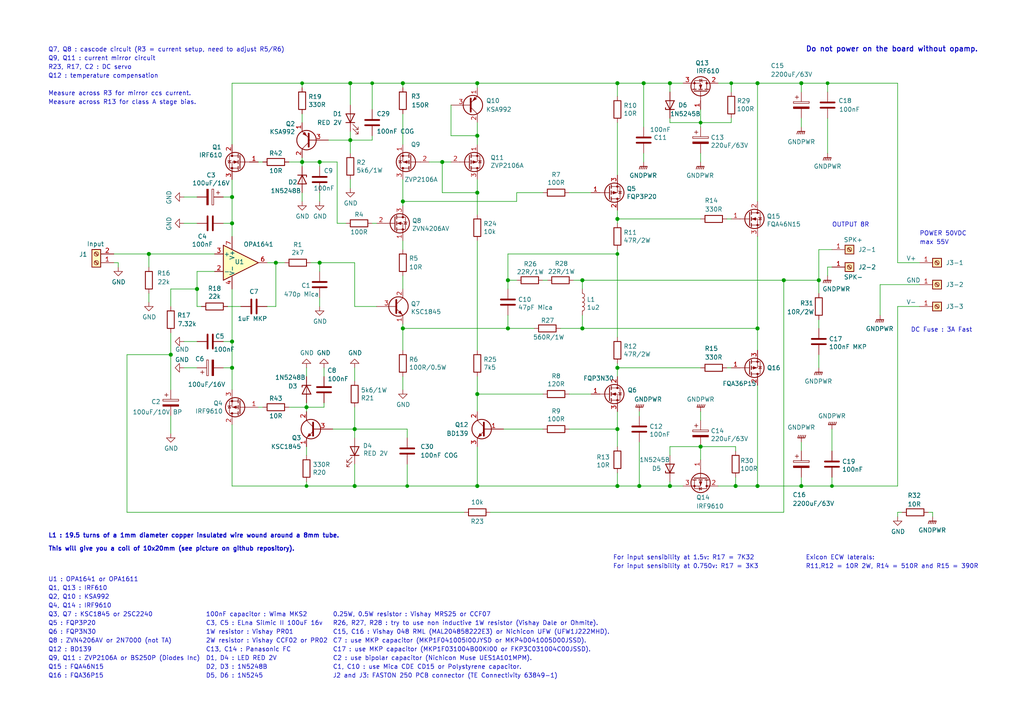
<source format=kicad_sch>
(kicad_sch (version 20211123) (generator eeschema)
  (paper "A4")
  (title_block (title "Q17-Mini Amplifier") (date "2022-01-13") (rev "1.2.7") (company "by eng. Tiberiu Vicol") (comment 1 "Modified by Stef for the Q17-Mini project") (comment 4 "Q17 a QUAD405 audiophile approach"))
  (junction (at 128.27 46.99) (diameter 1.016))
  (junction (at 185.42 140.97) (diameter 1.016))
  (junction (at 88.9 140.97))
  (junction (at 213.36 140.97) (diameter 1.016))
  (junction (at 88.9 118.11) (diameter 1.016))
  (junction (at 49.53 102.87) (diameter 1.016))
  (junction (at 203.2 35.56))
  (junction (at 147.32 95.25) (diameter 1.016))
  (junction (at 80.01 76.2) (diameter 1.016))
  (junction (at 232.41 24.13) (diameter 1.016))
  (junction (at 194.31 24.13) (diameter 1.016))
  (junction (at 138.43 140.97) (diameter 1.016))
  (junction (at 67.31 106.68) (diameter 1.016))
  (junction (at 194.31 140.97) (diameter 1.016))
  (junction (at 219.71 140.97) (diameter 1.016))
  (junction (at 107.95 24.13))
  (junction (at 87.63 46.99) (diameter 1.016))
  (junction (at 138.43 39.37) (diameter 1.016))
  (junction (at 241.3 140.97))
  (junction (at 118.11 140.97))
  (junction (at 232.41 140.97) (diameter 1.016))
  (junction (at 179.07 63.5) (diameter 1.016))
  (junction (at 237.49 81.28) (diameter 1.016))
  (junction (at 168.91 81.28) (diameter 1.016))
  (junction (at 92.71 46.99) (diameter 1.016))
  (junction (at 116.84 95.25) (diameter 1.016))
  (junction (at 116.84 24.13) (diameter 1.016))
  (junction (at 92.71 76.2) (diameter 1.016))
  (junction (at 116.84 58.42) (diameter 1.016))
  (junction (at 147.32 81.28) (diameter 1.016))
  (junction (at 227.33 81.28) (diameter 1.016))
  (junction (at 57.15 83.82) (diameter 1.016))
  (junction (at 240.03 24.13))
  (junction (at 203.2 129.54) (diameter 1.016))
  (junction (at 67.31 64.77) (diameter 1.016))
  (junction (at 67.31 99.06) (diameter 1.016))
  (junction (at 168.91 95.25) (diameter 1.016))
  (junction (at 219.71 24.13) (diameter 1.016))
  (junction (at 138.43 55.88) (diameter 1.016))
  (junction (at 186.69 24.13) (diameter 1.016))
  (junction (at 212.09 24.13))
  (junction (at 102.87 140.97) (diameter 1.016))
  (junction (at 138.43 24.13) (diameter 1.016))
  (junction (at 179.07 140.97) (diameter 1.016))
  (junction (at 179.07 124.46) (diameter 1.016))
  (junction (at 101.6 24.13) (diameter 1.016))
  (junction (at 219.71 95.25) (diameter 1.016))
  (junction (at 102.87 124.46) (diameter 1.016))
  (junction (at 138.43 114.3) (diameter 1.016))
  (junction (at 179.07 106.68) (diameter 1.016))
  (junction (at 179.07 73.66))
  (junction (at 101.6 40.64) (diameter 1.016))
  (junction (at 67.31 57.15) (diameter 1.016))
  (junction (at 43.18 73.66) (diameter 1.016))
  (junction (at 87.63 24.13))
  (junction (at 179.07 24.13) (diameter 1.016))
  (wire (pts (xy 107.95 40.64) (xy 101.6 40.64)))
  (wire (pts (xy 138.43 55.88) (xy 138.43 62.23)))
  (wire (pts (xy 92.71 76.2) (xy 102.87 76.2)))
  (wire (pts (xy 179.07 72.39) (xy 179.07 73.66)))
  (wire (pts (xy 77.47 88.9) (xy 80.01 88.9)))
  (wire (pts (xy 101.6 40.64) (xy 101.6 38.1)))
  (wire (pts (xy 95.25 40.64) (xy 101.6 40.64)))
  (wire (pts (xy 138.43 24.13) (xy 179.07 24.13)))
  (wire (pts (xy 138.43 24.13) (xy 116.84 24.13)))
  (wire (pts (xy 213.36 130.81) (xy 213.36 129.54)))
  (wire (pts (xy 213.36 129.54) (xy 203.2 129.54)))
  (wire (pts (xy 87.63 33.02) (xy 87.63 35.56)))
  (wire (pts (xy 203.2 119.38) (xy 203.2 121.92)))
  (wire (pts (xy 260.35 24.13) (xy 260.35 76.2)))
  (wire (pts (xy 49.53 125.73) (xy 49.53 120.65)))
  (wire (pts (xy 109.22 64.77) (xy 107.95 64.77)))
  (wire (pts (xy 97.79 64.77) (xy 97.79 46.99)))
  (wire (pts (xy 92.71 46.99) (xy 97.79 46.99)))
  (wire (pts (xy 34.29 76.2) (xy 34.29 77.47)))
  (wire (pts (xy 33.02 76.2) (xy 34.29 76.2)))
  (wire (pts (xy 49.53 96.52) (xy 49.53 102.87)))
  (wire (pts (xy 49.53 102.87) (xy 49.53 113.03)))
  (wire (pts (xy 58.42 88.9) (xy 57.15 88.9)))
  (wire (pts (xy 102.87 124.46) (xy 102.87 118.11)))
  (wire (pts (xy 87.63 24.13) (xy 101.6 24.13)))
  (wire (pts (xy 118.11 140.97) (xy 138.43 140.97)))
  (wire (pts (xy 179.07 119.38) (xy 179.07 124.46)))
  (wire (pts (xy 179.07 124.46) (xy 179.07 129.54)))
  (wire (pts (xy 57.15 78.74) (xy 62.23 78.74)))
  (wire (pts (xy 57.15 83.82) (xy 57.15 78.74)))
  (wire (pts (xy 57.15 83.82) (xy 57.15 88.9)))
  (wire (pts (xy 147.32 73.66) (xy 179.07 73.66)))
  (wire (pts (xy 147.32 81.28) (xy 147.32 73.66)))
  (wire (pts (xy 198.12 24.13) (xy 194.31 24.13)))
  (wire (pts (xy 260.35 88.9) (xy 260.35 140.97)))
  (wire (pts (xy 87.63 46.99) (xy 87.63 48.26)))
  (wire (pts (xy 87.63 45.72) (xy 87.63 46.99)))
  (wire (pts (xy 76.2 118.11) (xy 74.93 118.11)))
  (wire (pts (xy 80.01 76.2) (xy 80.01 88.9)))
  (wire (pts (xy 203.2 44.45) (xy 203.2 46.99)))
  (wire (pts (xy 260.35 88.9) (xy 266.7 88.9)))
  (wire (pts (xy 185.42 120.65) (xy 185.42 119.38)))
  (wire (pts (xy 107.95 31.75) (xy 107.95 24.13)))
  (wire (pts (xy 67.31 140.97) (xy 88.9 140.97)))
  (wire (pts (xy 237.49 72.39) (xy 237.49 81.28)))
  (wire (pts (xy 67.31 123.19) (xy 67.31 140.97)))
  (wire (pts (xy 171.45 55.88) (xy 165.1 55.88)))
  (wire (pts (xy 36.83 102.87) (xy 49.53 102.87)))
  (wire (pts (xy 134.62 148.59) (xy 36.83 148.59)))
  (wire (pts (xy 36.83 148.59) (xy 36.83 102.87)))
  (wire (pts (xy 241.3 138.43) (xy 241.3 140.97)))
  (wire (pts (xy 232.41 140.97) (xy 241.3 140.97)))
  (wire (pts (xy 138.43 35.56) (xy 138.43 39.37)))
  (wire (pts (xy 149.86 81.28) (xy 147.32 81.28)))
  (wire (pts (xy 147.32 81.28) (xy 147.32 83.82)))
  (wire (pts (xy 179.07 35.56) (xy 179.07 50.8)))
  (wire (pts (xy 67.31 83.82) (xy 67.31 99.06)))
  (wire (pts (xy 67.31 99.06) (xy 67.31 106.68)))
  (wire (pts (xy 67.31 106.68) (xy 67.31 113.03)))
  (wire (pts (xy 118.11 134.62) (xy 118.11 140.97)))
  (wire (pts (xy 88.9 139.7) (xy 88.9 140.97)))
  (wire (pts (xy 240.03 24.13) (xy 232.41 24.13)))
  (wire (pts (xy 240.03 24.13) (xy 240.03 26.67)))
  (wire (pts (xy 64.77 106.68) (xy 67.31 106.68)))
  (wire (pts (xy 109.22 88.9) (xy 102.87 88.9)))
  (wire (pts (xy 102.87 88.9) (xy 102.87 76.2)))
  (wire (pts (xy 166.37 81.28) (xy 168.91 81.28)))
  (wire (pts (xy 168.91 83.82) (xy 168.91 81.28)))
  (wire (pts (xy 157.48 81.28) (xy 158.75 81.28)))
  (wire (pts (xy 240.03 77.47) (xy 241.3 77.47)))
  (wire (pts (xy 240.03 80.01) (xy 240.03 77.47)))
  (wire (pts (xy 67.31 52.07) (xy 67.31 57.15)))
  (wire (pts (xy 67.31 64.77) (xy 67.31 68.58)))
  (wire (pts (xy 67.31 57.15) (xy 67.31 64.77)))
  (wire (pts (xy 165.1 114.3) (xy 171.45 114.3)))
  (wire (pts (xy 138.43 114.3) (xy 157.48 114.3)))
  (wire (pts (xy 227.33 81.28) (xy 227.33 148.59)))
  (wire (pts (xy 227.33 148.59) (xy 142.24 148.59)))
  (wire (pts (xy 64.77 64.77) (xy 67.31 64.77)))
  (wire (pts (xy 168.91 91.44) (xy 168.91 95.25)))
  (wire (pts (xy 162.56 95.25) (xy 168.91 95.25)))
  (wire (pts (xy 210.82 63.5) (xy 212.09 63.5)))
  (wire (pts (xy 74.93 46.99) (xy 76.2 46.99)))
  (wire (pts (xy 260.35 140.97) (xy 241.3 140.97)))
  (wire (pts (xy 210.82 106.68) (xy 212.09 106.68)))
  (wire (pts (xy 53.34 64.77) (xy 57.15 64.77)))
  (wire (pts (xy 219.71 58.42) (xy 219.71 24.13)))
  (wire (pts (xy 208.28 24.13) (xy 212.09 24.13)))
  (wire (pts (xy 186.69 24.13) (xy 179.07 24.13)))
  (wire (pts (xy 194.31 24.13) (xy 186.69 24.13)))
  (wire (pts (xy 179.07 24.13) (xy 179.07 27.94)))
  (wire (pts (xy 93.98 118.11) (xy 88.9 118.11)))
  (wire (pts (xy 93.98 116.84) (xy 93.98 118.11)))
  (wire (pts (xy 213.36 138.43) (xy 213.36 140.97)))
  (wire (pts (xy 219.71 95.25) (xy 219.71 101.6)))
  (wire (pts (xy 219.71 68.58) (xy 219.71 95.25)))
  (wire (pts (xy 138.43 109.22) (xy 138.43 114.3)))
  (wire (pts (xy 165.1 124.46) (xy 179.07 124.46)))
  (wire (pts (xy 146.05 124.46) (xy 157.48 124.46)))
  (wire (pts (xy 203.2 31.75) (xy 203.2 35.56)))
  (wire (pts (xy 88.9 109.22) (xy 88.9 106.68)))
  (wire (pts (xy 53.34 99.06) (xy 57.15 99.06)))
  (wire (pts (xy 179.07 106.68) (xy 179.07 109.22)))
  (wire (pts (xy 179.07 105.41) (xy 179.07 106.68)))
  (wire (pts (xy 138.43 114.3) (xy 138.43 119.38)))
  (wire (pts (xy 194.31 35.56) (xy 203.2 35.56)))
  (wire (pts (xy 194.31 34.29) (xy 194.31 35.56)))
  (wire (pts (xy 240.03 34.29) (xy 240.03 44.45)))
  (wire (pts (xy 102.87 110.49) (xy 102.87 106.68)))
  (wire (pts (xy 212.09 35.56) (xy 212.09 34.29)))
  (wire (pts (xy 116.84 80.01) (xy 116.84 83.82)))
  (wire (pts (xy 116.84 69.85) (xy 116.84 72.39)))
  (wire (pts (xy 116.84 52.07) (xy 116.84 58.42)))
  (wire (pts (xy 116.84 58.42) (xy 116.84 59.69)))
  (wire (pts (xy 92.71 76.2) (xy 92.71 78.74)))
  (wire (pts (xy 90.17 76.2) (xy 92.71 76.2)))
  (wire (pts (xy 92.71 46.99) (xy 87.63 46.99)))
  (wire (pts (xy 92.71 48.26) (xy 92.71 46.99)))
  (wire (pts (xy 138.43 39.37) (xy 138.43 41.91)))
  (wire (pts (xy 43.18 73.66) (xy 43.18 77.47)))
  (wire (pts (xy 62.23 73.66) (xy 43.18 73.66)))
  (wire (pts (xy 147.32 91.44) (xy 147.32 95.25)))
  (wire (pts (xy 147.32 95.25) (xy 154.94 95.25)))
  (wire (pts (xy 101.6 52.07) (xy 101.6 54.61)))
  (wire (pts (xy 179.07 106.68) (xy 203.2 106.68)))
  (wire (pts (xy 64.77 57.15) (xy 67.31 57.15)))
  (wire (pts (xy 66.04 88.9) (xy 69.85 88.9)))
  (wire (pts (xy 128.27 46.99) (xy 124.46 46.99)))
  (wire (pts (xy 43.18 85.09) (xy 43.18 87.63)))
  (wire (pts (xy 138.43 24.13) (xy 138.43 25.4)))
  (wire (pts (xy 219.71 140.97) (xy 213.36 140.97)))
  (wire (pts (xy 219.71 111.76) (xy 219.71 140.97)))
  (wire (pts (xy 213.36 140.97) (xy 208.28 140.97)))
  (wire (pts (xy 185.42 140.97) (xy 179.07 140.97)))
  (wire (pts (xy 179.07 140.97) (xy 179.07 137.16)))
  (wire (pts (xy 138.43 140.97) (xy 179.07 140.97)))
  (wire (pts (xy 138.43 129.54) (xy 138.43 140.97)))
  (wire (pts (xy 237.49 72.39) (xy 241.3 72.39)))
  (wire (pts (xy 130.81 30.48) (xy 130.81 39.37)))
  (wire (pts (xy 88.9 119.38) (xy 88.9 118.11)))
  (wire (pts (xy 67.31 41.91) (xy 67.31 24.13)))
  (wire (pts (xy 67.31 24.13) (xy 87.63 24.13)))
  (wire (pts (xy 212.09 24.13) (xy 219.71 24.13)))
  (wire (pts (xy 241.3 124.46) (xy 241.3 130.81)))
  (wire (pts (xy 185.42 128.27) (xy 185.42 140.97)))
  (wire (pts (xy 57.15 83.82) (xy 49.53 83.82)))
  (wire (pts (xy 49.53 83.82) (xy 49.53 88.9)))
  (wire (pts (xy 138.43 69.85) (xy 138.43 101.6)))
  (wire (pts (xy 101.6 24.13) (xy 101.6 30.48)))
  (wire (pts (xy 87.63 25.4) (xy 87.63 24.13)))
  (wire (pts (xy 194.31 139.7) (xy 194.31 140.97)))
  (wire (pts (xy 97.79 64.77) (xy 100.33 64.77)))
  (wire (pts (xy 138.43 55.88) (xy 128.27 55.88)))
  (wire (pts (xy 128.27 55.88) (xy 128.27 46.99)))
  (wire (pts (xy 149.86 55.88) (xy 157.48 55.88)))
  (wire (pts (xy 260.35 76.2) (xy 266.7 76.2)))
  (wire (pts (xy 116.84 109.22) (xy 116.84 113.03)))
  (wire (pts (xy 232.41 140.97) (xy 219.71 140.97)))
  (wire (pts (xy 232.41 138.43) (xy 232.41 140.97)))
  (wire (pts (xy 102.87 140.97) (xy 118.11 140.97)))
  (wire (pts (xy 203.2 35.56) (xy 212.09 35.56)))
  (wire (pts (xy 102.87 140.97) (xy 102.87 134.62)))
  (wire (pts (xy 77.47 76.2) (xy 80.01 76.2)))
  (wire (pts (xy 80.01 76.2) (xy 82.55 76.2)))
  (wire (pts (xy 203.2 129.54) (xy 203.2 133.35)))
  (wire (pts (xy 185.42 140.97) (xy 194.31 140.97)))
  (wire (pts (xy 194.31 140.97) (xy 198.12 140.97)))
  (wire (pts (xy 128.27 46.99) (xy 130.81 46.99)))
  (wire (pts (xy 227.33 81.28) (xy 237.49 81.28)))
  (wire (pts (xy 237.49 81.28) (xy 237.49 85.09)))
  (wire (pts (xy 168.91 81.28) (xy 227.33 81.28)))
  (wire (pts (xy 33.02 73.66) (xy 43.18 73.66)))
  (wire (pts (xy 107.95 39.37) (xy 107.95 40.64)))
  (wire (pts (xy 186.69 24.13) (xy 186.69 36.83)))
  (wire (pts (xy 88.9 118.11) (xy 88.9 116.84)))
  (wire (pts (xy 203.2 35.56) (xy 203.2 36.83)))
  (wire (pts (xy 149.86 55.88) (xy 149.86 58.42)))
  (wire (pts (xy 149.86 58.42) (xy 116.84 58.42)))
  (wire (pts (xy 269.24 148.59) (xy 270.51 148.59)))
  (wire (pts (xy 270.51 148.59) (xy 270.51 149.86)))
  (wire (pts (xy 260.35 148.59) (xy 261.62 148.59)))
  (wire (pts (xy 260.35 149.86) (xy 260.35 148.59)))
  (wire (pts (xy 64.77 99.06) (xy 67.31 99.06)))
  (wire (pts (xy 147.32 95.25) (xy 116.84 95.25)))
  (wire (pts (xy 116.84 95.25) (xy 116.84 101.6)))
  (wire (pts (xy 83.82 118.11) (xy 88.9 118.11)))
  (wire (pts (xy 260.35 24.13) (xy 240.03 24.13)))
  (wire (pts (xy 255.27 82.55) (xy 255.27 91.44)))
  (wire (pts (xy 255.27 82.55) (xy 266.7 82.55)))
  (wire (pts (xy 179.07 60.96) (xy 179.07 63.5)))
  (wire (pts (xy 179.07 63.5) (xy 179.07 64.77)))
  (wire (pts (xy 101.6 24.13) (xy 107.95 24.13)))
  (wire (pts (xy 168.91 95.25) (xy 219.71 95.25)))
  (wire (pts (xy 53.34 106.68) (xy 57.15 106.68)))
  (wire (pts (xy 53.34 57.15) (xy 57.15 57.15)))
  (wire (pts (xy 102.87 124.46) (xy 102.87 127)))
  (wire (pts (xy 179.07 73.66) (xy 179.07 97.79)))
  (wire (pts (xy 101.6 40.64) (xy 101.6 44.45)))
  (wire (pts (xy 92.71 58.42) (xy 92.71 55.88)))
  (wire (pts (xy 194.31 132.08) (xy 194.31 129.54)))
  (wire (pts (xy 194.31 129.54) (xy 203.2 129.54)))
  (wire (pts (xy 87.63 55.88) (xy 87.63 58.42)))
  (wire (pts (xy 138.43 52.07) (xy 138.43 55.88)))
  (wire (pts (xy 93.98 106.68) (xy 93.98 109.22)))
  (wire (pts (xy 96.52 124.46) (xy 102.87 124.46)))
  (wire (pts (xy 237.49 102.87) (xy 237.49 106.68)))
  (wire (pts (xy 118.11 127) (xy 118.11 124.46)))
  (wire (pts (xy 107.95 24.13) (xy 116.84 24.13)))
  (wire (pts (xy 83.82 46.99) (xy 87.63 46.99)))
  (wire (pts (xy 92.71 86.36) (xy 92.71 88.9)))
  (wire (pts (xy 237.49 92.71) (xy 237.49 95.25)))
  (wire (pts (xy 232.41 34.29) (xy 232.41 36.83)))
  (wire (pts (xy 194.31 24.13) (xy 194.31 26.67)))
  (wire (pts (xy 179.07 63.5) (xy 203.2 63.5)))
  (wire (pts (xy 116.84 93.98) (xy 116.84 95.25)))
  (wire (pts (xy 212.09 26.67) (xy 212.09 24.13)))
  (wire (pts (xy 186.69 44.45) (xy 186.69 46.99)))
  (wire (pts (xy 88.9 140.97) (xy 102.87 140.97)))
  (wire (pts (xy 232.41 130.81) (xy 232.41 128.27)))
  (wire (pts (xy 116.84 33.02) (xy 116.84 41.91)))
  (wire (pts (xy 138.43 39.37) (xy 130.81 39.37)))
  (wire (pts (xy 232.41 24.13) (xy 219.71 24.13)))
  (wire (pts (xy 232.41 26.67) (xy 232.41 24.13)))
  (wire (pts (xy 88.9 132.08) (xy 88.9 129.54)))
  (wire (pts (xy 116.84 24.13) (xy 116.84 25.4)))
  (wire (pts (xy 118.11 124.46) (xy 102.87 124.46)))
  (text "C3, C5 : ELna Silmic II 100uF 16v" (at 59.69 181.61 0) (effects (font (size 1.27 1.27)) (justify left bottom)))
  (text "max 55V" (at 266.7 71.12 0) (effects (font (size 1.27 1.27)) (justify left bottom)))
  (text "1W resistor : Vishay PR01" (at 59.69 184.15 0) (effects (font (size 1.27 1.27)) (justify left bottom)))
  (text "C1, C10 : use Mica CDE CD15 or Polystyrene capacitor." (at 96.52 194.31 0) (effects (font (size 1.27 1.27)) (justify left bottom)))
  (text "J2 and J3: FASTON 250 PCB connector (TE Connectivity 63849-1)" (at 96.52 196.85 0) (effects (font (size 1.27 1.27)) (justify left bottom)))
  (text "Q9, Q11 : current mirror circuit" (at 13.97 17.78 0) (effects (font (size 1.27 1.27)) (justify left bottom)))
  (text "R23, R17, C2 : DC servo" (at 13.97 20.32 0) (effects (font (size 1.27 1.27)) (justify left bottom)))
  (text "Q12 : BD139" (at 13.97 189.23 0) (effects (font (size 1.27 1.27)) (justify left bottom)))
  (text "This will give you a coil of 10x20mm (see picture on github repository)." (at 13.97 160.02 0) (effects (font (size 1.27 1.27) (thickness 0.254) bold) (justify left bottom)))
  (text "C7 : use MKP capacitor (MKP1F041005I00JYSD or MKP4D041005D00JSSD)." (at 96.52 186.69 0) (effects (font (size 1.27 1.27)) (justify left bottom)))
  (text "D2, D3 : 1N5248B" (at 59.69 194.31 0) (effects (font (size 1.27 1.27)) (justify left bottom)))
  (text "2W resistor : Vishay CCF02 or PR02" (at 59.69 186.69 0) (effects (font (size 1.27 1.27)) (justify left bottom)))
  (text "Q2, Q10 : KSA992" (at 13.97 173.99 0) (effects (font (size 1.27 1.27)) (justify left bottom)))
  (text "R26, R27, R28 : try to use non inductive 1W resistor (Vishay Dale or Ohmite)." (at 96.52 181.61 0) (effects (font (size 1.27 1.27)) (justify left bottom)))
  (text "Measure across R3 for mirror ccs current." (at 13.97 27.94 0) (effects (font (size 1.27 1.27)) (justify left bottom)))
  (text "D1, D4 : LED RED 2V" (at 59.69 191.77 0) (effects (font (size 1.27 1.27)) (justify left bottom)))
  (text "Q7, Q8 : cascode circuit (R3 = current setup, need to adjust R5/R6)" (at 13.97 15.24 0) (effects (font (size 1.27 1.27)) (justify left bottom)))
  (text "C15, C16 : Vishay 048 RML (MAL204858222E3) or Nichicon UFW (UFW1J222MHD)." (at 96.52 184.15 0) (effects (font (size 1.27 1.27)) (justify left bottom)))
  (text "For input sensibility at 1.5v: R17 = 7K32" (at 177.8 162.56 0) (effects (font (size 1.27 1.27)) (justify left bottom)))
  (text "Q5 : FQP3P20" (at 13.97 181.61 0) (effects (font (size 1.27 1.27)) (justify left bottom)))
  (text "L1 : 19.5 turns of a 1mm diameter copper insulated wire wound around a 8mm tube." (at 13.97 156.21 0) (effects (font (size 1.27 1.27) (thickness 0.254) bold) (justify left bottom)))
  (text "OUTPUT 8R" (at 241.3 66.04 0) (effects (font (size 1.27 1.27)) (justify left bottom)))
  (text "DC Fuse : 3A Fast" (at 264.16 96.52 0) (effects (font (size 1.27 1.27)) (justify left bottom)))
  (text "Exicon ECW laterals:" (at 233.68 162.56 0) (effects (font (size 1.27 1.27)) (justify left bottom)))
  (text "Q3, Q7 : KSC1845 or 2SC2240" (at 13.97 179.07 0) (effects (font (size 1.27 1.27)) (justify left bottom)))
  (text "Q6 : FQP3N30" (at 13.97 184.15 0) (effects (font (size 1.27 1.27)) (justify left bottom)))
  (text "Q12 : temperature compensation" (at 13.97 22.86 0) (effects (font (size 1.27 1.27)) (justify left bottom)))
  (text "C2 : use bipolar capacitor (Nichicon Muse UES1A101MPM)." (at 96.52 191.77 0) (effects (font (size 1.27 1.27)) (justify left bottom)))
  (text "Measure across R13 for class A stage bias." (at 13.97 30.48 0) (effects (font (size 1.27 1.27)) (justify left bottom)))
  (text "0.25W, 0.5W resistor : Vishay MRS25 or CCF07" (at 96.52 179.07 0) (effects (font (size 1.27 1.27)) (justify left bottom)))
  (text "R11,R12 = 10R 2W, R14 = 510R and R15 = 390R" (at 233.68 165.1 0) (effects (font (size 1.27 1.27)) (justify left bottom)))
  (text "Q1, Q13 : IRF610" (at 13.97 171.45 0) (effects (font (size 1.27 1.27)) (justify left bottom)))
  (text "C13, C14 : Panasonic FC " (at 59.69 189.23 0) (effects (font (size 1.27 1.27)) (justify left bottom)))
  (text "Q15 : FQA46N15" (at 13.97 194.31 0) (effects (font (size 1.27 1.27)) (justify left bottom)))
  (text "Q4, Q14 : IRF9610" (at 13.97 176.53 0) (effects (font (size 1.27 1.27)) (justify left bottom)))
  (text "POWER 50VDC" (at 266.7 68.58 0) (effects (font (size 1.27 1.27)) (justify left bottom)))
  (text "C17 : use MKP capacitor (MKP1F031004B00KI00 or FKP3C031004C00JSSD)." (at 96.52 189.23 0) (effects (font (size 1.27 1.27)) (justify left bottom)))
  (text "Q9, Q11 : ZVP2106A or BS250P (Diodes Inc)" (at 13.97 191.77 0) (effects (font (size 1.27 1.27)) (justify left bottom)))
  (text "U1 : OPA1641 or OPA1611" (at 13.97 168.91 0) (effects (font (size 1.27 1.27)) (justify left bottom)))
  (text "D5, D6 : 1N5245" (at 59.69 196.85 0) (effects (font (size 1.27 1.27)) (justify left bottom)))
  (text "Do not power on the board without opamp." (at 233.68 15.24 0) (effects (font (size 1.5 1.5) (thickness 0.254) bold) (justify left bottom)))
  (text "100nF capacitor : Wima MKS2" (at 59.69 179.07 0) (effects (font (size 1.27 1.27)) (justify left bottom)))
  (text "For input sensibility at 0.750v: R17 = 3K3" (at 177.8 165.1 0) (effects (font (size 1.27 1.27)) (justify left bottom)))
  (text "Q8 : ZVN4206AV or 2N7000 (not TA)" (at 13.97 186.69 0) (effects (font (size 1.27 1.27)) (justify left bottom)))
  (text "Q16 : FQA36P15" (at 13.97 196.85 0) (effects (font (size 1.27 1.27)) (justify left bottom)))
  (symbol (lib_id "Device:Q_NPN_BCE") (at 140.97 124.46 0) (mirror y) (unit 1)
    (property "Reference" "Q12" (at 135.89 123.1899 0) (effects (justify left)))
    (property "Value" "BD139" (at 135.89 125.7299 0) (effects (justify left)))
    (property "Footprint" "Package_TO_SOT_THT:TO-126-3_Vertical" (effects hide))
  )
  (symbol (lib_id "Device:R") (at 179.07 133.35 0) (unit 1)
    (property "Reference" "R13" (at 172.974 132.588 0) (effects (justify left)))
    (property "Value" "10R" (at 172.974 134.8867 0) (effects (justify left)))
    (property "Footprint" "Resistor_THT:R_Axial_DIN0207_L6.3mm_D2.5mm_P10.16mm_Horizontal" (effects hide))
  )
  (symbol (lib_id "power:GND") (at 43.18 87.63 0) (unit 1)
    (property "Reference" "#PWR0113" (effects hide))
    (property "Value" "GND" (at 43.2943 91.9544 0))
  )
  (symbol (lib_id "Device:Q_PNP_ECB") (at 135.89 30.48 0) (mirror x) (unit 1)
    (property "Reference" "Q10" (at 140.97 29.2099 0) (effects (justify left)))
    (property "Value" "KSA992" (at 140.97 31.7499 0) (effects (justify left)))
    (property "Footprint" "Package_TO_SOT_THT:TO-92_Inline_Wide" (effects hide))
  )
  (symbol (lib_id "Device:R") (at 237.49 88.9 0) (unit 1)
    (property "Reference" "R31" (at 232.0531 87.9307 0) (effects (justify left)))
    (property "Value" "10R/2W" (at 228.2431 90.4707 0) (effects (justify left)))
    (property "Footprint" "Resistor_THT:R_Axial_DIN0309_L9.0mm_D3.2mm_P12.70mm_Horizontal" (effects hide))
  )
  (symbol (lib_id "Device:C") (at 60.96 64.77 90) (unit 1)
    (property "Reference" "C4" (at 58.674 68.58 90))
    (property "Value" "100nF" (at 58.674 70.8787 90))
    (property "Footprint" "Capacitor_THT:C_Rect_L7.2mm_W2.5mm_P5.00mm_FKS2_FKP2_MKS2_MKP2" (effects hide))
    (property "Datasheet" "https://ro.mouser.com/datasheet/2/212/1/KEM_F3101_R82-1103738.pdf" (effects hide))
    (property "Spice_Primitive" "C" (effects hide))
    (property "Spice_Model" "100n" (effects hide))
    (property "Spice_Netlist_Enabled" "Y" (effects hide))
  )
  (symbol (lib_id "power:GND") (at 49.53 125.73 0) (unit 1)
    (property "Reference" "#PWR0107" (effects hide))
    (property "Value" "GND" (at 49.6443 130.0544 0))
  )
  (symbol (lib_id "Device:R") (at 86.36 76.2 90) (unit 1)
    (property "Reference" "R1" (at 86.36 70.9738 90))
    (property "Value" "2k7" (at 86.36 73.2725 90))
    (property "Footprint" "Resistor_THT:R_Axial_DIN0207_L6.3mm_D2.5mm_P10.16mm_Horizontal" (effects hide))
  )
  (symbol (lib_id "power:GNDPWR") (at 203.2 119.38 180) (unit 1)
    (property "Reference" "#PWR0121" (effects hide))
    (property "Value" "GNDPWR" (at 203.2 115.824 0))
  )
  (symbol (lib_id "Connector:Screw_Terminal_01x01") (at 246.38 77.47 0) (unit 1)
    (property "Reference" "J2-2" (at 248.92 77.47 0) (effects (justify left)))
    (property "Value" "SPK-" (at 244.7475 80.371 0) (effects (justify left)))
    (property "Footprint" "Q17_Library:Faston_Connector_63849-1_TEC" (effects hide))
  )
  (symbol (lib_id "Device:C") (at 185.42 124.46 0) (unit 1)
    (property "Reference" "C12" (at 188.3411 123.6991 0) (effects (justify left)))
    (property "Value" "100nF" (at 188.3411 125.9978 0) (effects (justify left)))
    (property "Footprint" "Capacitor_THT:C_Rect_L7.2mm_W2.5mm_P5.00mm_FKS2_FKP2_MKS2_MKP2" (effects hide))
    (property "Datasheet" "https://ro.mouser.com/datasheet/2/212/1/KEM_F3101_R82-1103738.pdf" (effects hide))
    (property "Spice_Primitive" "C" (effects hide))
    (property "Spice_Model" "100n" (effects hide))
    (property "Spice_Netlist_Enabled" "Y" (effects hide))
  )
  (symbol (lib_id "Device:R") (at 179.07 68.58 0) (unit 1)
    (property "Reference" "R11" (at 180.8481 67.4306 0) (effects (justify left)))
    (property "Value" "47R/2W" (at 180.8481 69.7293 0) (effects (justify left)))
    (property "Footprint" "Resistor_THT:R_Axial_DIN0411_L9.9mm_D3.6mm_P12.70mm_Horizontal" (effects hide))
  )
  (symbol (lib_id "Device:R") (at 161.29 124.46 90) (unit 1)
    (property "Reference" "R9" (at 161.29 119.2338 90))
    (property "Value" "100R" (at 161.29 121.533 90))
    (property "Footprint" "Resistor_THT:R_Axial_DIN0207_L6.3mm_D2.5mm_P10.16mm_Horizontal" (effects hide))
  )
  (symbol (lib_id "Device:R") (at 102.87 114.3 0) (mirror x) (unit 1)
    (property "Reference" "R21" (at 104.6481 115.4494 0) (effects (justify left)))
    (property "Value" "5k6/1W" (at 104.648 113.151 0) (effects (justify left)))
    (property "Footprint" "Resistor_THT:R_Axial_DIN0207_L6.3mm_D2.5mm_P10.16mm_Horizontal" (effects hide))
  )
  (symbol (lib_id "Device:LED") (at 101.6 34.29 90) (unit 1)
    (property "Reference" "D1" (at 96.52 33.02 90) (effects (justify right)))
    (property "Value" "RED 2V" (at 91.9629 35.5599 90) (effects (justify right)))
    (property "Footprint" "LED_THT:LED_D5.0mm_Clear" (effects hide))
  )
  (symbol (lib_id "Device:Q_NPN_ECB") (at 91.44 124.46 0) (mirror y) (unit 1)
    (property "Reference" "Q3" (at 87.376 127 0) (effects (justify left)))
    (property "Value" "KSC1845" (at 87.376 129.54 0) (effects (justify left)))
    (property "Footprint" "Package_TO_SOT_THT:TO-92_Inline_Wide" (effects hide))
  )
  (symbol (lib_id "Device:C_Polarized") (at 232.41 134.62 0) (unit 1)
    (property "Reference" "C16" (at 229.87 143.51 0) (effects (justify left)))
    (property "Value" "2200uF/63V" (at 229.87 146.05 0) (effects (justify left)))
    (property "Footprint" "Capacitor_THT:CP_Radial_D18.0mm_P7.50mm" (effects hide))
  )
  (symbol (lib_id "Device:R") (at 207.01 106.68 90) (unit 1)
    (property "Reference" "R15" (at 208.28 101.092 90) (effects (justify left)))
    (property "Value" "330R" (at 209.55 103.632 90) (effects (justify left)))
    (property "Footprint" "Resistor_THT:R_Axial_DIN0207_L6.3mm_D2.5mm_P10.16mm_Horizontal" (effects hide))
  )
  (symbol (lib_id "power:GNDPWR") (at 185.42 119.38 180) (unit 1)
    (property "Reference" "#PWR0120" (effects hide))
    (property "Value" "GNDPWR" (at 187.96 115.824 0))
  )
  (symbol (lib_id "Device:C") (at 186.69 40.64 180) (unit 1)
    (property "Reference" "C11" (at 191.516 39.8907 0))
    (property "Value" "100nF" (at 191.516 37.592 0))
    (property "Footprint" "Capacitor_THT:C_Rect_L7.2mm_W2.5mm_P5.00mm_FKS2_FKP2_MKS2_MKP2" (effects hide))
    (property "Datasheet" "https://ro.mouser.com/datasheet/2/212/1/KEM_F3101_R82-1103738.pdf" (effects hide))
    (property "Spice_Primitive" "C" (effects hide))
    (property "Spice_Model" "100n" (effects hide))
    (property "Spice_Netlist_Enabled" "Y" (effects hide))
  )
  (symbol (lib_id "power:GND") (at 260.35 149.86 0) (unit 1)
    (property "Reference" "#PWR0124" (effects hide))
    (property "Value" "GND" (at 260.4643 154.1844 0))
  )
  (symbol (lib_id "power:GNDPWR") (at 255.27 91.44 0) (unit 1)
    (property "Reference" "#PWR0128" (effects hide))
    (property "Value" "GNDPWR" (at 255.143 95.358 0))
  )
  (symbol (lib_id "Device:C") (at 92.71 52.07 180) (unit 1)
    (property "Reference" "C9" (at 95.25 49.53 0))
    (property "Value" "100nF" (at 93.98 54.61 0))
    (property "Footprint" "Capacitor_THT:C_Rect_L7.2mm_W2.5mm_P5.00mm_FKS2_FKP2_MKS2_MKP2" (effects hide))
    (property "Datasheet" "https://ro.mouser.com/datasheet/2/212/1/KEM_F3101_R82-1103738.pdf" (effects hide))
    (property "Spice_Primitive" "C" (effects hide))
    (property "Spice_Model" "100n" (effects hide))
    (property "Spice_Netlist_Enabled" "Y" (effects hide))
  )
  (symbol (lib_id "power:GND") (at 34.29 77.47 0) (unit 1)
    (property "Reference" "#PWR0114" (effects hide))
    (property "Value" "GND" (at 34.4043 81.7944 0))
  )
  (symbol (lib_id "Transistor_FET:VP0610L") (at 119.38 46.99 180) (unit 1)
    (property "Reference" "Q9" (at 121.92 41.91 0) (effects (justify left)))
    (property "Value" "ZVP2106A" (at 127 52.07 0) (effects (justify left)))
    (property "Footprint" "Package_TO_SOT_THT:TO-92S_Wide" (effects hide))
    (property "Datasheet" "http://www.vishay.com/docs/70209/70209.pdf" (effects hide))
  )
  (symbol (lib_id "Device:LED") (at 102.87 130.81 270) (mirror x) (unit 1)
    (property "Reference" "D4" (at 107.95 129.286 90) (effects (justify right)))
    (property "Value" "RED 2V" (at 112.5148 131.5054 90) (effects (justify right)))
    (property "Footprint" "LED_THT:LED_D5.0mm_Clear" (effects hide))
  )
  (symbol (lib_id "Device:R") (at 207.01 63.5 90) (unit 1)
    (property "Reference" "R14" (at 208.28 58.166 90) (effects (justify left)))
    (property "Value" "330R" (at 209.55 60.706 90) (effects (justify left)))
    (property "Footprint" "Resistor_THT:R_Axial_DIN0207_L6.3mm_D2.5mm_P10.16mm_Horizontal" (effects hide))
  )
  (symbol (lib_id "Device:R") (at 179.07 31.75 0) (unit 1)
    (property "Reference" "R10" (at 180.8481 30.6006 0) (effects (justify left)))
    (property "Value" "10R" (at 180.8481 32.8993 0) (effects (justify left)))
    (property "Footprint" "Resistor_THT:R_Axial_DIN0207_L6.3mm_D2.5mm_P10.16mm_Horizontal" (effects hide))
  )
  (symbol (lib_id "power:GNDPWR") (at 232.41 128.27 180) (unit 1)
    (property "Reference" "#PWR0125" (effects hide))
    (property "Value" "GNDPWR" (at 232.41 123.952 0))
  )
  (symbol (lib_id "Device:R") (at 153.67 81.28 90) (unit 1)
    (property "Reference" "R26" (at 153.8156 76.5684 90))
    (property "Value" "22R/1W" (at 153.8156 78.8671 90))
    (property "Footprint" "Resistor_THT:R_Axial_DIN0207_L6.3mm_D2.5mm_P10.16mm_Horizontal" (effects hide))
  )
  (symbol (lib_id "Device:D_Zener") (at 194.31 30.48 90) (unit 1)
    (property "Reference" "D6" (at 199.39 30.48 90) (effects (justify left)))
    (property "Value" "1N5245B" (at 203.2 33.02 90) (effects (justify left)))
    (property "Footprint" "Diode_THT:D_DO-35_SOD27_P7.62mm_Horizontal" (effects hide))
    (property "Datasheet" "https://www.mouser.fr/ProductDetail/512-1N5245BTR" (effects hide))
  )
  (symbol (lib_id "Device:R") (at 43.18 81.28 180) (unit 1)
    (property "Reference" "R16" (at 47.498 79.248 0))
    (property "Value" "22k" (at 47.498 81.788 0))
    (property "Footprint" "Resistor_THT:R_Axial_DIN0207_L6.3mm_D2.5mm_P10.16mm_Horizontal" (effects hide))
  )
  (symbol (lib_id "power:GNDPWR") (at 232.41 36.83 0) (unit 1)
    (property "Reference" "#PWR0118" (effects hide))
    (property "Value" "GNDPWR" (at 232.41 41.148 0))
  )
  (symbol (lib_id "Device:Q_NPN_ECB") (at 114.3 88.9 0) (unit 1)
    (property "Reference" "Q7" (at 119.1515 88.1391 0) (effects (justify left)))
    (property "Value" "KSC1845" (at 119.1515 90.4378 0) (effects (justify left)))
    (property "Footprint" "Package_TO_SOT_THT:TO-92_Inline_Wide" (effects hide))
  )
  (symbol (lib_id "Device:C") (at 73.66 88.9 90) (unit 1)
    (property "Reference" "C7" (at 73.66 84.582 90))
    (property "Value" "1uF MKP" (at 73.2055 92.4302 90))
    (property "Footprint" "Capacitor_THT:C_Rect_C7_Q17-Mini" (effects hide))
  )
  (symbol (lib_id "Device:C_Polarized") (at 60.96 106.68 90) (unit 1)
    (property "Reference" "C6" (at 57.9321 104.093 90))
    (property "Value" "100uF/16V" (at 59.944 111.506 90))
    (property "Footprint" "Capacitor_THT:CP_Radial_D10.0mm_P5.00mm" (effects hide))
  )
  (symbol (lib_id "Device:Q_NMOS_GDS") (at 217.17 63.5 0) (unit 1)
    (property "Reference" "Q15" (at 222.3771 62.7391 0) (effects (justify left)))
    (property "Value" "FQA46N15" (at 222.3771 65.0378 0) (effects (justify left)))
    (property "Footprint" "Package_TO_SOT_THT:TO-3P-3_Vertical" (effects hide))
  )
  (symbol (lib_id "Device:C_Polarized") (at 203.2 40.64 0) (unit 1)
    (property "Reference" "C13" (at 206.1211 39.8791 0) (effects (justify left)))
    (property "Value" "220uF/63V" (at 206.1211 42.1778 0) (effects (justify left)))
    (property "Footprint" "Capacitor_THT:CP_Radial_D12.5mm_P5.00mm" (effects hide))
  )
  (symbol (lib_id "Device:L") (at 168.91 87.63 0) (unit 1)
    (property "Reference" "L1" (at 170.1801 86.8691 0) (effects (justify left)))
    (property "Value" "1u2" (at 170.1801 89.1678 0) (effects (justify left)))
    (property "Footprint" "Inductor_THT:L_Axial_L22mm_D10mm_P21mm_Horizontal_Q17_Mini" (effects hide))
  )
  (symbol (lib_id "Device:R") (at 87.63 29.21 0) (unit 1)
    (property "Reference" "R19" (at 89.4081 28.0606 0) (effects (justify left)))
    (property "Value" "330R" (at 89.408 30.359 0) (effects (justify left)))
    (property "Footprint" "Resistor_THT:R_Axial_DIN0207_L6.3mm_D2.5mm_P10.16mm_Horizontal" (effects hide))
  )
  (symbol (lib_id "Device:C_Polarized") (at 49.53 116.84 0) (unit 1)
    (property "Reference" "C2" (at 43.8682 116.5306 0) (effects (justify left)))
    (property "Value" "100uF/10V BP" (at 38.4365 119.518 0) (effects (justify left)))
    (property "Footprint" "Capacitor_THT:CP_Radial_D10.0mm_P5.00mm" (effects hide))
  )
  (symbol (lib_id "Device:R") (at 158.75 95.25 90) (unit 1)
    (property "Reference" "R27" (at 158.8288 92.9397 90))
    (property "Value" "560R/1W" (at 159.1461 97.8047 90))
    (property "Footprint" "Resistor_THT:R_Axial_DIN0207_L6.3mm_D2.5mm_P10.16mm_Horizontal" (effects hide))
  )
  (symbol (lib_id "Device:R") (at 179.07 101.6 0) (unit 1)
    (property "Reference" "R12" (at 180.8481 100.4506 0) (effects (justify left)))
    (property "Value" "47R/2W" (at 180.8481 102.7493 0) (effects (justify left)))
    (property "Footprint" "Resistor_THT:R_Axial_DIN0411_L9.9mm_D3.6mm_P12.70mm_Horizontal" (effects hide))
  )
  (symbol (lib_id "Device:C") (at 92.71 82.55 0) (unit 1)
    (property "Reference" "C1" (at 87.376 82.804 0) (effects (justify left)))
    (property "Value" "470p Mica" (at 82.296 85.344 0) (effects (justify left)))
    (property "Footprint" "Silver_Mica:C_Mica_L11.4mm_W4.3mm_H9.1_P5.9mm" (effects hide))
  )
  (symbol (lib_id "Device:R") (at 101.6 48.26 0) (unit 1)
    (property "Reference" "R2" (at 103.3781 47.1106 0) (effects (justify left)))
    (property "Value" "5k6/1W" (at 103.378 49.409 0) (effects (justify left)))
    (property "Footprint" "Resistor_THT:R_Axial_DIN0207_L6.3mm_D2.5mm_P10.16mm_Horizontal" (effects hide))
  )
  (symbol (lib_id "power:GND") (at 87.63 58.42 0) (unit 1)
    (property "Reference" "#PWR0110" (effects hide))
    (property "Value" "GND" (at 87.7443 62.7444 0))
  )
  (symbol (lib_id "Device:R") (at 212.09 30.48 0) (unit 1)
    (property "Reference" "R29" (at 213.7383 29.264 0) (effects (justify left)))
    (property "Value" "100R" (at 213.6605 31.5986 0) (effects (justify left)))
    (property "Footprint" "Resistor_THT:R_Axial_DIN0207_L6.3mm_D2.5mm_P10.16mm_Horizontal" (effects hide))
  )
  (symbol (lib_id "Device:C_Polarized") (at 203.2 125.73 0) (unit 1)
    (property "Reference" "C14" (at 206.1211 124.9691 0) (effects (justify left)))
    (property "Value" "220uF/63V" (at 206.1211 127.2678 0) (effects (justify left)))
    (property "Footprint" "Capacitor_THT:CP_Radial_D12.5mm_P5.00mm" (effects hide))
  )
  (symbol (lib_id "Device:R") (at 161.29 55.88 90) (unit 1)
    (property "Reference" "R7" (at 161.29 50.6538 90))
    (property "Value" "100R" (at 161.29 52.9525 90))
    (property "Footprint" "Resistor_THT:R_Axial_DIN0207_L6.3mm_D2.5mm_P10.16mm_Horizontal" (effects hide))
  )
  (symbol (lib_id "power:GND") (at 53.34 57.15 270) (unit 1)
    (property "Reference" "#PWR0109" (effects hide))
    (property "Value" "GND" (at 49.0156 57.2643 0))
  )
  (symbol (lib_id "Device:C") (at 147.32 87.63 0) (unit 1)
    (property "Reference" "C10" (at 150.2411 86.8691 0) (effects (justify left)))
    (property "Value" "47pF Mica" (at 150.2411 89.1678 0) (effects (justify left)))
    (property "Footprint" "Silver_Mica:C_Mica_L11.4mm_W4.3mm_H9.1_P5.9mm" (effects hide))
  )
  (symbol (lib_name "R_2") (lib_id "Device:R") (at 80.01 118.11 90) (unit 1)
    (property "Reference" "R43" (at 80.01 115.57 90))
    (property "Value" "10R" (at 80.01 120.65 90))
    (property "Footprint" "Resistor_THT:R_Axial_DIN0207_L6.3mm_D2.5mm_P2.54mm_Vertical" (effects hide))
  )
  (symbol (lib_id "Device:R") (at 104.14 64.77 90) (unit 1)
    (property "Reference" "R4" (at 104.14 62.23 90))
    (property "Value" "100R" (at 104.14 67.31 90))
    (property "Footprint" "Resistor_THT:R_Axial_DIN0207_L6.3mm_D2.5mm_P10.16mm_Horizontal" (effects hide))
  )
  (symbol (lib_id "Device:C_Polarized") (at 232.41 30.48 0) (unit 1)
    (property "Reference" "C15" (at 223.52 19.05 0) (effects (justify left)))
    (property "Value" "2200uF/63V" (at 223.52 21.59 0) (effects (justify left)))
    (property "Footprint" "Capacitor_THT:CP_Radial_D18.0mm_P7.50mm" (effects hide))
  )
  (symbol (lib_id "Device:R") (at 161.29 114.3 90) (unit 1)
    (property "Reference" "R8" (at 161.29 109.0738 90))
    (property "Value" "120R" (at 161.29 111.3725 90))
    (property "Footprint" "Resistor_THT:R_Axial_DIN0207_L6.3mm_D2.5mm_P10.16mm_Horizontal" (effects hide))
  )
  (symbol (lib_id "Device:R") (at 49.53 92.71 180) (unit 1)
    (property "Reference" "R17" (at 53.34 91.44 0))
    (property "Value" "7.32k" (at 54.2662 93.9469 0))
    (property "Footprint" "Resistor_THT:R_Axial_DIN0207_L6.3mm_D2.5mm_P10.16mm_Horizontal" (effects hide))
  )
  (symbol (lib_id "power:GNDPWR") (at 270.51 149.86 0) (unit 1)
    (property "Reference" "#PWR0123" (effects hide))
    (property "Value" "GNDPWR" (at 270.383 153.778 0))
  )
  (symbol (lib_id "power:GND") (at 53.34 106.68 270) (unit 1)
    (property "Reference" "#PWR0111" (effects hide))
    (property "Value" "GND" (at 52.7999 104.3134 90))
  )
  (symbol (lib_id "Device:R") (at 116.84 76.2 0) (unit 1)
    (property "Reference" "R5" (at 118.618 74.9299 0) (effects (justify left)))
    (property "Value" "10R" (at 118.618 77.4699 0) (effects (justify left)))
    (property "Footprint" "Resistor_THT:R_Axial_DIN0207_L6.3mm_D2.5mm_P10.16mm_Horizontal" (effects hide))
  )
  (symbol (lib_id "Connector:Screw_Terminal_01x02") (at 27.94 76.2 180) (unit 1)
    (property "Reference" "J1" (at 24.13 73.7828 0))
    (property "Value" "Input" (at 27.686 70.7475 0))
    (property "Footprint" "TerminalBlock_Phoenix:TerminalBlock_Phoenix_PT-1,5-2-5.0-H_1x02_P5.00mm_Horizontal" (effects hide))
  )
  (symbol (lib_id "Device:C") (at 118.11 130.81 0) (unit 1)
    (property "Reference" "C30" (at 121.92 129.5399 0) (effects (justify left)))
    (property "Value" "100nF COG" (at 121.92 132.0799 0) (effects (justify left)))
    (property "Footprint" "Capacitor_SMD:C_1206_3216Metric" (effects hide))
  )
  (symbol (lib_id "Device:R") (at 213.36 134.62 0) (unit 1)
    (property "Reference" "R30" (at 214.696 133.6118 0) (effects (justify left)))
    (property "Value" "100R" (at 214.6959 135.9102 0) (effects (justify left)))
    (property "Footprint" "Resistor_THT:R_Axial_DIN0207_L6.3mm_D2.5mm_P10.16mm_Horizontal" (effects hide))
  )
  (symbol (lib_id "Device:R") (at 116.84 29.21 0) (mirror y) (unit 1)
    (property "Reference" "R3" (at 121.92 27.94 0) (effects (justify left)))
    (property "Value" "150R" (at 124.46 30.48 0) (effects (justify left)))
    (property "Footprint" "Resistor_THT:R_Axial_DIN0207_L6.3mm_D2.5mm_P10.16mm_Horizontal" (effects hide))
  )
  (symbol (lib_id "Device:R") (at 138.43 105.41 0) (unit 1)
    (property "Reference" "R25" (at 140.2081 104.2606 0) (effects (justify left)))
    (property "Value" "7k5" (at 140.208 106.559 0) (effects (justify left)))
    (property "Footprint" "Resistor_THT:R_Axial_DIN0207_L6.3mm_D2.5mm_P10.16mm_Horizontal" (effects hide))
  )
  (symbol (lib_id "Amplifier_Operational:OPA1641") (at 69.85 76.2 0) (unit 1)
    (property "Reference" "U1" (at 68.072 75.946 0) (effects (justify left)))
    (property "Value" "OPA1641" (at 70.612 70.866 0) (effects (justify left)))
    (property "Footprint" "Package_SO:SOIC-8_3.9x4.9mm_P1.27mm" (effects hide))
    (property "Datasheet" "http://www.ti.com/lit/ds/symlink/opa1641.pdf" (effects hide))
  )
  (symbol (lib_id "Transistor_FET:2N7000") (at 114.3 64.77 0) (unit 1)
    (property "Reference" "Q8" (at 119.5071 64.0091 0) (effects (justify left)))
    (property "Value" "ZVN4206AV" (at 119.5071 66.3078 0) (effects (justify left)))
    (property "Footprint" "Package_TO_SOT_THT:TO-92_Inline" (effects hide))
    (property "Datasheet" "https://www.onsemi.com/pub/Collateral/NDS7002A-D.PDF" (effects hide))
  )
  (symbol (lib_id "Device:Q_NMOS_GDS") (at 176.53 114.3 0) (unit 1)
    (property "Reference" "Q6" (at 181.9911 113.1506 0) (effects (justify left)))
    (property "Value" "FQP3N30" (at 169.164 109.728 0) (effects (justify left)))
    (property "Footprint" "Package_TO_SOT_THT:TO-220-3_Vertical" (effects hide))
  )
  (symbol (lib_id "Device:R") (at 62.23 88.9 90) (unit 1)
    (property "Reference" "R18" (at 62.23 83.6738 90))
    (property "Value" "22k" (at 62.23 85.9725 90))
    (property "Footprint" "Resistor_THT:R_Axial_DIN0207_L6.3mm_D2.5mm_P10.16mm_Horizontal" (effects hide))
  )
  (symbol (lib_id "power:GND") (at 101.6 54.61 0) (unit 1)
    (property "Reference" "#PWR0102" (effects hide))
    (property "Value" "GND" (at 101.7143 58.9344 0))
  )
  (symbol (lib_id "power:GNDPWR") (at 203.2 46.99 0) (unit 1)
    (property "Reference" "#PWR0116" (effects hide))
    (property "Value" "GNDPWR" (at 203.073 50.908 0))
  )
  (symbol (lib_id "Device:Q_PMOS_GDS") (at 69.85 118.11 180) (unit 1)
    (property "Reference" "Q4" (at 64.6429 116.9606 0) (effects (justify left)))
    (property "Value" "IRF9610" (at 64.6429 119.2593 0) (effects (justify left)))
    (property "Footprint" "Package_TO_SOT_THT:TO-220-3_Vertical" (effects hide))
  )
  (symbol (lib_id "Device:R") (at 116.84 105.41 0) (unit 1)
    (property "Reference" "R6" (at 118.6181 104.2606 0) (effects (justify left)))
    (property "Value" "100R/0.5W" (at 118.618 106.559 0) (effects (justify left)))
    (property "Footprint" "Resistor_THT:R_Axial_DIN0207_L6.3mm_D2.5mm_P10.16mm_Horizontal" (effects hide))
  )
  (symbol (lib_id "power:GND") (at 88.9 106.68 0) (mirror x) (unit 1)
    (property "Reference" "#PWR0104" (effects hide))
    (property "Value" "GND" (at 89.0143 102.3556 0))
  )
  (symbol (lib_id "power:GNDPWR") (at 237.49 106.68 0) (unit 1)
    (property "Reference" "#PWR0122" (effects hide))
    (property "Value" "GNDPWR" (at 237.363 110.598 0))
  )
  (symbol (lib_id "Device:C") (at 107.95 35.56 0) (unit 1)
    (property "Reference" "C29" (at 109.22 33.02 0) (effects (justify left)))
    (property "Value" "100nF COG" (at 109.22 38.1 0) (effects (justify left)))
    (property "Footprint" "Capacitor_SMD:C_1206_3216Metric" (effects hide))
  )
  (symbol (lib_id "power:GNDPWR") (at 186.69 46.99 0) (unit 1)
    (property "Reference" "#PWR0117" (effects hide))
    (property "Value" "GNDPWR" (at 186.563 50.908 0))
  )
  (symbol (lib_id "Device:R") (at 138.43 66.04 0) (unit 1)
    (property "Reference" "R24" (at 140.2081 64.8906 0) (effects (justify left)))
    (property "Value" "10k" (at 140.208 67.189 0) (effects (justify left)))
    (property "Footprint" "Resistor_THT:R_Axial_DIN0207_L6.3mm_D2.5mm_P10.16mm_Horizontal" (effects hide))
  )
  (symbol (lib_id "power:GNDPWR") (at 240.03 80.01 0) (unit 1)
    (property "Reference" "#PWR0127" (effects hide))
    (property "Value" "GNDPWR" (at 242.57 83.82 0))
  )
  (symbol (lib_id "Device:Q_PMOS_GDS") (at 176.53 55.88 0) (mirror x) (unit 1)
    (property "Reference" "Q5" (at 181.7371 54.7306 0) (effects (justify left)))
    (property "Value" "FQP3P20" (at 181.7371 57.0293 0) (effects (justify left)))
    (property "Footprint" "Package_TO_SOT_THT:TO-220-3_Vertical" (effects hide))
  )
  (symbol (lib_id "Device:Q_NMOS_GDS") (at 203.2 26.67 270) (mirror x) (unit 1)
    (property "Reference" "Q13" (at 201.676 18.2753 90) (effects (justify left)))
    (property "Value" "IRF610" (at 201.93 20.574 90) (effects (justify left)))
    (property "Footprint" "Package_TO_SOT_THT:TO-220-3_Vertical" (effects hide))
  )
  (symbol (lib_id "Connector:Screw_Terminal_01x01") (at 271.78 82.55 0) (unit 1)
    (property "Reference" "J3-2" (at 274.32 82.55 0) (effects (justify left)))
    (property "Value" "GND" (at 262.89 81.28 0) (effects (justify left)))
    (property "Footprint" "Q17_Library:Faston_Connector_63849-1_TEC" (effects hide))
  )
  (symbol (lib_id "power:GND") (at 102.87 106.68 0) (mirror x) (unit 1)
    (property "Reference" "#PWR0105" (effects hide))
    (property "Value" "GND" (at 102.9843 102.3556 0))
  )
  (symbol (lib_id "Device:D_Zener") (at 194.31 135.89 90) (unit 1)
    (property "Reference" "D5" (at 191.77 135.89 90) (effects (justify left)))
    (property "Value" "1N5245B" (at 194.31 133.35 90) (effects (justify left)))
    (property "Footprint" "Diode_THT:D_DO-35_SOD27_P7.62mm_Horizontal" (effects hide))
  )
  (symbol (lib_id "power:GNDPWR") (at 241.3 124.46 180) (unit 1)
    (property "Reference" "#PWR0126" (effects hide))
    (property "Value" "GNDPWR" (at 241.3 120.65 0))
  )
  (symbol (lib_id "power:GND") (at 92.71 88.9 0) (unit 1)
    (property "Reference" "#PWR0101" (effects hide))
    (property "Value" "GND" (at 92.8243 93.2244 0))
  )
  (symbol (lib_name "R_1") (lib_id "Device:R") (at 80.01 46.99 90) (unit 1)
    (property "Reference" "R42" (at 80.01 44.45 90))
    (property "Value" "10R" (at 80.01 49.53 90))
    (property "Footprint" "Resistor_THT:R_Axial_DIN0207_L6.3mm_D2.5mm_P2.54mm_Vertical" (effects hide))
  )
  (symbol (lib_id "Device:R") (at 88.9 135.89 0) (mirror x) (unit 1)
    (property "Reference" "R20" (at 90.6781 137.0394 0) (effects (justify left)))
    (property "Value" "330R" (at 90.678 134.741 0) (effects (justify left)))
    (property "Footprint" "Resistor_THT:R_Axial_DIN0207_L6.3mm_D2.5mm_P10.16mm_Horizontal" (effects hide))
  )
  (symbol (lib_id "Device:Q_PNP_ECB") (at 90.17 40.64 180) (unit 1)
    (property "Reference" "Q2" (at 85.6066 35.9259 0) (effects (justify left)))
    (property "Value" "KSA992" (at 85.6066 38.2246 0) (effects (justify left)))
    (property "Footprint" "Package_TO_SOT_THT:TO-92_Inline_Wide" (effects hide))
  )
  (symbol (lib_id "power:GND") (at 53.34 64.77 270) (unit 1)
    (property "Reference" "#PWR0115" (effects hide))
    (property "Value" "GND" (at 49.0156 64.8843 0))
  )
  (symbol (lib_id "Device:C") (at 93.98 113.03 0) (unit 1)
    (property "Reference" "C8" (at 96.266 107.442 0))
    (property "Value" "100nF" (at 98.0427 109.8992 0))
    (property "Footprint" "Capacitor_THT:C_Rect_L7.2mm_W2.5mm_P5.00mm_FKS2_FKP2_MKS2_MKP2" (effects hide))
    (property "Datasheet" "https://ro.mouser.com/datasheet/2/212/1/KEM_F3101_R82-1103738.pdf" (effects hide))
    (property "Spice_Primitive" "C" (effects hide))
    (property "Spice_Model" "100n" (effects hide))
    (property "Spice_Netlist_Enabled" "Y" (effects hide))
  )
  (symbol (lib_id "Device:Q_NMOS_GDS") (at 69.85 46.99 0) (mirror y) (unit 1)
    (property "Reference" "Q1" (at 64.262 42.672 0) (effects (justify left)))
    (property "Value" "IRF610" (at 64.516 44.9707 0) (effects (justify left)))
    (property "Footprint" "Package_TO_SOT_THT:TO-220-3_Vertical" (effects hide))
  )
  (symbol (lib_id "power:GND") (at 92.71 58.42 0) (unit 1)
    (property "Reference" "#PWR0108" (effects hide))
    (property "Value" "GND" (at 92.8243 62.7444 0))
  )
  (symbol (lib_id "Device:Q_PMOS_GDS") (at 203.2 138.43 270) (unit 1)
    (property "Reference" "Q14" (at 201.93 144.272 90) (effects (justify left)))
    (property "Value" "IRF9610" (at 201.93 146.812 90) (effects (justify left)))
    (property "Footprint" "Package_TO_SOT_THT:TO-220-3_Vertical" (effects hide))
  )
  (symbol (lib_id "power:GND") (at 53.34 99.06 270) (unit 1)
    (property "Reference" "#PWR0112" (effects hide))
    (property "Value" "GND" (at 52.832 101.346 90))
  )
  (symbol (lib_id "Connector:Screw_Terminal_01x01") (at 271.78 88.9 0) (unit 1)
    (property "Reference" "J3-3" (at 274.32 88.9 0) (effects (justify left)))
    (property "Value" "V-" (at 262.89 87.63 0) (effects (justify left)))
    (property "Footprint" "Q17_Library:Faston_Connector_63849-1_TEC" (effects hide))
  )
  (symbol (lib_id "power:GND") (at 116.84 113.03 0) (unit 1)
    (property "Reference" "#PWR0103" (effects hide))
    (property "Value" "GND" (at 116.9543 117.3544 0))
  )
  (symbol (lib_id "power:GND") (at 93.98 106.68 180) (unit 1)
    (property "Reference" "#PWR0106" (effects hide))
    (property "Value" "GND" (at 93.8657 102.3556 0))
  )
  (symbol (lib_id "Device:C") (at 240.03 30.48 180) (unit 1)
    (property "Reference" "C18" (at 245.11 29.21 0))
    (property "Value" "100nF" (at 246.38 31.75 0))
    (property "Footprint" "Capacitor_THT:C_Rect_L7.2mm_W2.5mm_P5.00mm_FKS2_FKP2_MKS2_MKP2" (effects hide))
    (property "Datasheet" "https://ro.mouser.com/datasheet/2/212/1/KEM_F3101_R82-1103738.pdf" (effects hide))
    (property "Spice_Primitive" "C" (effects hide))
    (property "Spice_Model" "100n" (effects hide))
    (property "Spice_Netlist_Enabled" "Y" (effects hide))
  )
  (symbol (lib_id "Connector:Screw_Terminal_01x01") (at 246.38 72.39 0) (unit 1)
    (property "Reference" "J2-1" (at 248.92 72.39 0) (effects (justify left)))
    (property "Value" "SPK+" (at 244.6843 69.5605 0) (effects (justify left)))
    (property "Footprint" "Q17_Library:Faston_Connector_63849-1_TEC" (effects hide))
  )
  (symbol (lib_id "Device:D_Zener") (at 88.9 113.03 90) (mirror x) (unit 1)
    (property "Reference" "D3" (at 83.566 112.014 90) (effects (justify right)))
    (property "Value" "1N5248B" (at 79.756 109.474 90) (effects (justify right)))
    (property "Footprint" "Diode_THT:D_DO-35_SOD27_P7.62mm_Horizontal" (effects hide))
    (property "Datasheet" "https://www.mouser.fr/ProductDetail/512-1N5248B" (effects hide))
  )
  (symbol (lib_id "Transistor_FET:VP0610L") (at 135.89 46.99 0) (mirror x) (unit 1)
    (property "Reference" "Q11" (at 142.24 45.7199 0) (effects (justify left)))
    (property "Value" "ZVP2106A" (at 142.24 48.006 0) (effects (justify left)))
    (property "Footprint" "Package_TO_SOT_THT:TO-92S_Wide" (effects hide))
    (property "Datasheet" "http://www.vishay.com/docs/70209/70209.pdf" (effects hide))
  )
  (symbol (lib_id "power:GNDPWR") (at 240.03 44.45 0) (unit 1)
    (property "Reference" "#PWR0119" (effects hide))
    (property "Value" "GNDPWR" (at 240.03 48.26 0))
  )
  (symbol (lib_id "Device:D_Zener") (at 87.63 52.07 270) (unit 1)
    (property "Reference" "D2" (at 83.566 52.832 90) (effects (justify left)))
    (property "Value" "1N5248B" (at 78.4583 55.3446 90) (effects (justify left)))
    (property "Footprint" "Diode_THT:D_DO-35_SOD27_P7.62mm_Horizontal" (effects hide))
  )
  (symbol (lib_id "Device:R") (at 138.43 148.59 90) (unit 1)
    (property "Reference" "R23" (at 138.43 151.2378 90))
    (property "Value" "10k" (at 138.43 145.6625 90))
    (property "Footprint" "Resistor_THT:R_Axial_DIN0207_L6.3mm_D2.5mm_P10.16mm_Horizontal" (effects hide))
  )
  (symbol (lib_id "Device:C") (at 241.3 134.62 180) (unit 1)
    (property "Reference" "C19" (at 244.2211 133.8591 0) (effects (justify right)))
    (property "Value" "100nF" (at 244.2211 136.1578 0) (effects (justify right)))
    (property "Footprint" "Capacitor_THT:C_Rect_L7.2mm_W2.5mm_P5.00mm_FKS2_FKP2_MKS2_MKP2" (effects hide))
    (property "Datasheet" "https://ro.mouser.com/datasheet/2/212/1/KEM_F3101_R82-1103738.pdf" (effects hide))
    (property "Spice_Primitive" "C" (effects hide))
    (property "Spice_Model" "100n" (effects hide))
    (property "Spice_Netlist_Enabled" "Y" (effects hide))
  )
  (symbol (lib_id "Device:R") (at 162.56 81.28 90) (unit 1)
    (property "Reference" "R28" (at 162.8261 76.4626 90))
    (property "Value" "22R/1W" (at 162.8261 78.7613 90))
    (property "Footprint" "Resistor_THT:R_Axial_DIN0207_L6.3mm_D2.5mm_P10.16mm_Horizontal" (effects hide))
  )
  (symbol (lib_id "Connector:Screw_Terminal_01x01") (at 271.78 76.2 0) (unit 1)
    (property "Reference" "J3-1" (at 274.32 76.2 0) (effects (justify left)))
    (property "Value" "V+" (at 262.89 74.93 0) (effects (justify left)))
    (property "Footprint" "Q17_Library:Faston_Connector_63849-1_TEC" (effects hide))
  )
  (symbol (lib_id "Device:C") (at 60.96 99.06 90) (unit 1)
    (property "Reference" "C5" (at 63.754 97.536 90))
    (property "Value" "100nF" (at 65.024 101.346 90))
    (property "Footprint" "Capacitor_THT:C_Rect_L7.2mm_W2.5mm_P5.00mm_FKS2_FKP2_MKS2_MKP2" (effects hide))
    (property "Datasheet" "https://ro.mouser.com/datasheet/2/212/1/KEM_F3101_R82-1103738.pdf" (effects hide))
    (property "Spice_Primitive" "C" (effects hide))
    (property "Spice_Model" "100n" (effects hide))
    (property "Spice_Netlist_Enabled" "Y" (effects hide))
  )
  (symbol (lib_id "Device:R") (at 265.43 148.59 90) (unit 1)
    (property "Reference" "R32" (at 267.1417 143.7028 90) (effects (justify left)))
    (property "Value" "10R" (at 267.1417 146.2428 90) (effects (justify left)))
    (property "Footprint" "Resistor_THT:R_Axial_DIN0207_L6.3mm_D2.5mm_P10.16mm_Horizontal" (effects hide))
  )
  (symbol (lib_id "Device:C_Polarized") (at 60.96 57.15 270) (unit 1)
    (property "Reference" "C3" (at 61.214 50.8 90))
    (property "Value" "100uF/16V" (at 61.214 53.0987 90))
    (property "Footprint" "Capacitor_THT:CP_Radial_D10.0mm_P5.00mm" (effects hide))
  )
  (symbol (lib_id "Device:Q_PMOS_GDS") (at 217.17 106.68 0) (mirror x) (unit 1)
    (property "Reference" "Q16" (at 222.426 106.7001 0) (effects (justify left)))
    (property "Value" "FQA36P15" (at 209.55 111.252 0) (effects (justify left)))
    (property "Footprint" "Package_TO_SOT_THT:TO-3P-3_Vertical" (effects hide))
  )
  (symbol (lib_id "Device:C") (at 237.49 99.06 0) (unit 1)
    (property "Reference" "C17" (at 240.4111 98.2991 0) (effects (justify left)))
    (property "Value" "100nF MKP" (at 240.4111 100.5978 0) (effects (justify left)))
    (property "Footprint" "Capacitor_THT:C_Rect_L18.0mm_W6.0mm_P15.00mm_FKS3_FKP3" (effects hide))
  )
)
</source>
